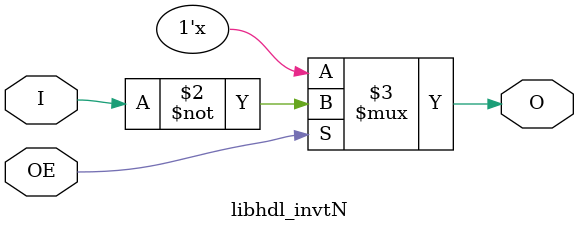
<source format=v>
`include "libhdl_timescale.vh"

module libhdl_invtN
#(  parameter N = 1)
(   output wire         O,
    input  wire         OE,
    input  wire [N-1:0] I);

assign O = (OE == 1'b1) ? ~I : {N{1'bZ}};

endmodule

</source>
